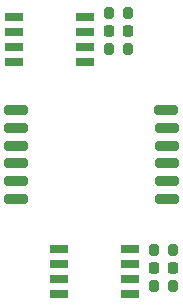
<source format=gbr>
%TF.GenerationSoftware,KiCad,Pcbnew,(6.0.11-0)*%
%TF.CreationDate,2024-03-07T11:04:15-05:00*%
%TF.ProjectId,CamperLightsSMD,43616d70-6572-44c6-9967-687473534d44,rev?*%
%TF.SameCoordinates,Original*%
%TF.FileFunction,Paste,Top*%
%TF.FilePolarity,Positive*%
%FSLAX46Y46*%
G04 Gerber Fmt 4.6, Leading zero omitted, Abs format (unit mm)*
G04 Created by KiCad (PCBNEW (6.0.11-0)) date 2024-03-07 11:04:15*
%MOMM*%
%LPD*%
G01*
G04 APERTURE LIST*
G04 Aperture macros list*
%AMRoundRect*
0 Rectangle with rounded corners*
0 $1 Rounding radius*
0 $2 $3 $4 $5 $6 $7 $8 $9 X,Y pos of 4 corners*
0 Add a 4 corners polygon primitive as box body*
4,1,4,$2,$3,$4,$5,$6,$7,$8,$9,$2,$3,0*
0 Add four circle primitives for the rounded corners*
1,1,$1+$1,$2,$3*
1,1,$1+$1,$4,$5*
1,1,$1+$1,$6,$7*
1,1,$1+$1,$8,$9*
0 Add four rect primitives between the rounded corners*
20,1,$1+$1,$2,$3,$4,$5,0*
20,1,$1+$1,$4,$5,$6,$7,0*
20,1,$1+$1,$6,$7,$8,$9,0*
20,1,$1+$1,$8,$9,$2,$3,0*%
G04 Aperture macros list end*
%ADD10RoundRect,0.200000X-0.800000X-0.200000X0.800000X-0.200000X0.800000X0.200000X-0.800000X0.200000X0*%
%ADD11RoundRect,0.200000X-0.812500X-0.200000X0.812500X-0.200000X0.812500X0.200000X-0.812500X0.200000X0*%
%ADD12RoundRect,0.200000X0.200000X0.275000X-0.200000X0.275000X-0.200000X-0.275000X0.200000X-0.275000X0*%
%ADD13R,1.524000X0.660400*%
%ADD14RoundRect,0.225000X-0.225000X-0.250000X0.225000X-0.250000X0.225000X0.250000X-0.225000X0.250000X0*%
G04 APERTURE END LIST*
D10*
%TO.C,U1*%
X149352000Y-91563000D03*
X136652000Y-91563000D03*
D11*
X149364500Y-93063000D03*
X136639500Y-93063000D03*
X136639500Y-94563000D03*
X149364500Y-94563000D03*
X136639500Y-96063000D03*
X149364500Y-96063000D03*
X136639500Y-97563000D03*
X149364500Y-97563000D03*
X136639500Y-99063000D03*
X149364500Y-99063000D03*
%TD*%
D12*
%TO.C,R4*%
X148273000Y-103416000D03*
X149923000Y-103416000D03*
%TD*%
%TO.C,R3*%
X149923000Y-106464000D03*
X148273000Y-106464000D03*
%TD*%
%TO.C,R2*%
X146113000Y-83312000D03*
X144463000Y-83312000D03*
%TD*%
%TO.C,R1*%
X146113000Y-86360000D03*
X144463000Y-86360000D03*
%TD*%
D13*
%TO.C,IC2*%
X140282600Y-103289000D03*
X146229400Y-103289000D03*
X140282600Y-104559000D03*
X140282600Y-105829000D03*
X146229400Y-104559000D03*
X146229400Y-105829000D03*
X140282600Y-107099000D03*
X146229400Y-107099000D03*
%TD*%
%TO.C,IC1*%
X136472600Y-83693000D03*
X142419400Y-83693000D03*
X136472600Y-84963000D03*
X136472600Y-86233000D03*
X142419400Y-84963000D03*
X142419400Y-86233000D03*
X136472600Y-87503000D03*
X142419400Y-87503000D03*
%TD*%
D14*
%TO.C,C2*%
X148323000Y-104940000D03*
X149873000Y-104940000D03*
%TD*%
%TO.C,C1*%
X144513000Y-84836000D03*
X146063000Y-84836000D03*
%TD*%
M02*

</source>
